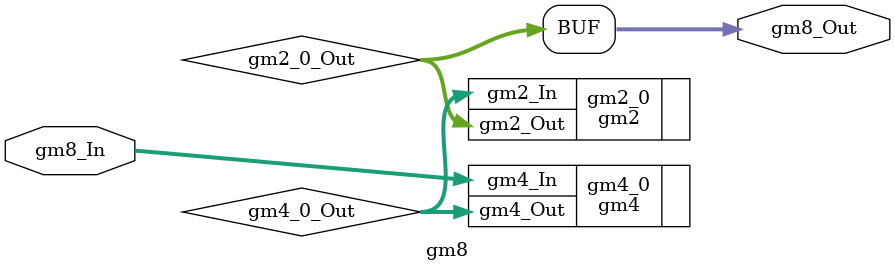
<source format=sv>

module gm8(gm8_In, gm8_Out);
   
   input  logic [7:0] gm8_In;
   output logic [7:0] gm8_Out;

   // Internal Logic
   logic [7:0] 	      gm2_0_Out;
   logic [7:0] 	      gm4_0_Out;

   // Sub-Modules for sub-Galois operations
   gm4 gm4_0 (.gm4_In(gm8_In), .gm4_Out(gm4_0_Out));
   gm2 gm2_0 (.gm2_In(gm4_0_Out), .gm2_Out(gm2_0_Out));

   // Assign output to gm2 output
   assign gm8_Out = gm2_0_Out;

endmodule 

</source>
